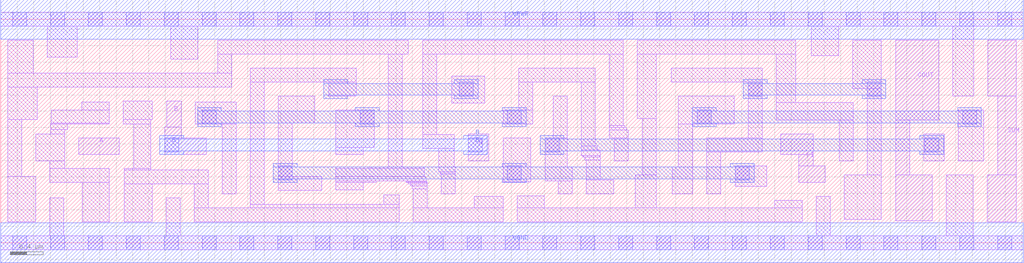
<source format=lef>
# Copyright 2020 The SkyWater PDK Authors
#
# Licensed under the Apache License, Version 2.0 (the "License");
# you may not use this file except in compliance with the License.
# You may obtain a copy of the License at
#
#     https://www.apache.org/licenses/LICENSE-2.0
#
# Unless required by applicable law or agreed to in writing, software
# distributed under the License is distributed on an "AS IS" BASIS,
# WITHOUT WARRANTIES OR CONDITIONS OF ANY KIND, either express or implied.
# See the License for the specific language governing permissions and
# limitations under the License.
#
# SPDX-License-Identifier: Apache-2.0

VERSION 5.7 ;
  NAMESCASESENSITIVE ON ;
  NOWIREEXTENSIONATPIN ON ;
  DIVIDERCHAR "/" ;
  BUSBITCHARS "[]" ;
UNITS
  DATABASE MICRONS 200 ;
END UNITS
MACRO sky130_fd_sc_hd__fah_1
  CLASS CORE ;
  SOURCE USER ;
  FOREIGN sky130_fd_sc_hd__fah_1 ;
  ORIGIN  0.000000  0.000000 ;
  SIZE  12.42000 BY  2.720000 ;
  SYMMETRY X Y R90 ;
  SITE unithd ;
  PIN A
    ANTENNAGATEAREA  0.492000 ;
    DIRECTION INPUT ;
    USE SIGNAL ;
    PORT
      LAYER li1 ;
        RECT 0.950000 1.075000 1.440000 1.275000 ;
    END
  END A
  PIN B
    ANTENNAGATEAREA  0.691500 ;
    DIRECTION INPUT ;
    USE SIGNAL ;
    PORT
      LAYER li1 ;
        RECT 1.990000 1.075000 2.495000 1.275000 ;
        RECT 1.990000 1.275000 2.190000 1.410000 ;
        RECT 2.015000 1.410000 2.190000 1.725000 ;
      LAYER mcon ;
        RECT 1.990000 1.105000 2.160000 1.275000 ;
    END
    PORT
      LAYER li1 ;
        RECT 5.675000 0.995000 5.925000 1.325000 ;
      LAYER mcon ;
        RECT 5.680000 1.105000 5.850000 1.275000 ;
    END
    PORT
      LAYER met1 ;
        RECT 1.930000 1.075000 2.220000 1.120000 ;
        RECT 1.930000 1.120000 5.910000 1.260000 ;
        RECT 1.930000 1.260000 2.220000 1.305000 ;
        RECT 5.620000 1.075000 5.910000 1.120000 ;
        RECT 5.620000 1.260000 5.910000 1.305000 ;
    END
  END B
  PIN CI
    ANTENNAGATEAREA  0.246000 ;
    DIRECTION INPUT ;
    USE SIGNAL ;
    PORT
      LAYER li1 ;
        RECT 9.475000 1.075000  9.865000 1.325000 ;
        RECT 9.690000 0.735000 10.010000 0.935000 ;
        RECT 9.690000 0.935000  9.865000 1.075000 ;
    END
  END CI
  PIN COUT
    ANTENNADIFFAREA  0.435500 ;
    DIRECTION OUTPUT ;
    USE SIGNAL ;
    PORT
      LAYER li1 ;
        RECT 10.870000 0.270000 11.310000 0.825000 ;
        RECT 10.870000 0.825000 11.040000 1.495000 ;
        RECT 10.870000 1.495000 11.390000 2.465000 ;
    END
  END COUT
  PIN SUM
    ANTENNADIFFAREA  0.506000 ;
    DIRECTION OUTPUT ;
    USE SIGNAL ;
    PORT
      LAYER li1 ;
        RECT 11.980000 0.255000 12.335000 0.825000 ;
        RECT 11.985000 1.785000 12.335000 2.465000 ;
        RECT 12.110000 0.825000 12.335000 1.785000 ;
    END
  END SUM
  PIN VGND
    DIRECTION INOUT ;
    SHAPE ABUTMENT ;
    USE GROUND ;
    PORT
      LAYER met1 ;
        RECT 0.000000 -0.240000 12.420000 0.240000 ;
    END
  END VGND
  PIN VPWR
    DIRECTION INOUT ;
    SHAPE ABUTMENT ;
    USE POWER ;
    PORT
      LAYER met1 ;
        RECT 0.000000 2.480000 12.420000 2.960000 ;
    END
  END VPWR
  OBS
    LAYER li1 ;
      RECT  0.000000 -0.085000 12.420000 0.085000 ;
      RECT  0.000000  2.635000 12.420000 2.805000 ;
      RECT  0.085000  0.255000  0.425000 0.805000 ;
      RECT  0.085000  0.805000  0.255000 1.500000 ;
      RECT  0.085000  1.500000  0.445000 1.895000 ;
      RECT  0.085000  1.895000  2.805000 2.065000 ;
      RECT  0.085000  2.065000  0.395000 2.465000 ;
      RECT  0.425000  0.995000  0.780000 1.325000 ;
      RECT  0.565000  2.260000  0.930000 2.635000 ;
      RECT  0.595000  0.085000  0.765000 0.545000 ;
      RECT  0.595000  0.735000  1.320000 0.905000 ;
      RECT  0.595000  0.905000  0.780000 0.995000 ;
      RECT  0.610000  1.325000  0.780000 1.380000 ;
      RECT  0.610000  1.380000  0.815000 1.445000 ;
      RECT  0.610000  1.445000  1.315000 1.455000 ;
      RECT  0.615000  1.455000  1.315000 1.615000 ;
      RECT  0.985000  1.615000  1.315000 1.715000 ;
      RECT  0.990000  0.255000  1.320000 0.735000 ;
      RECT  1.490000  1.445000  1.820000 1.500000 ;
      RECT  1.490000  1.500000  1.840000 1.725000 ;
      RECT  1.500000  0.255000  1.840000 0.715000 ;
      RECT  1.500000  0.715000  2.520000 0.885000 ;
      RECT  1.500000  0.885000  1.820000 0.905000 ;
      RECT  1.615000  0.905000  1.820000 1.445000 ;
      RECT  2.010000  0.085000  2.180000 0.545000 ;
      RECT  2.065000  2.235000  2.395000 2.635000 ;
      RECT  2.350000  0.255000  4.840000 0.425000 ;
      RECT  2.350000  0.425000  2.520000 0.715000 ;
      RECT  2.360000  1.445000  2.860000 1.715000 ;
      RECT  2.635000  2.065000  2.805000 2.295000 ;
      RECT  2.635000  2.295000  4.950000 2.465000 ;
      RECT  2.690000  0.595000  2.860000 1.445000 ;
      RECT  3.030000  0.425000  4.840000 0.465000 ;
      RECT  3.030000  0.465000  3.200000 1.955000 ;
      RECT  3.030000  1.955000  4.320000 2.125000 ;
      RECT  3.370000  0.635000  3.900000 0.805000 ;
      RECT  3.370000  0.805000  3.540000 1.455000 ;
      RECT  3.370000  1.455000  3.815000 1.785000 ;
      RECT  3.985000  1.785000  4.320000 1.955000 ;
      RECT  4.070000  0.645000  4.400000 0.735000 ;
      RECT  4.070000  0.735000  4.560000 0.755000 ;
      RECT  4.070000  0.755000  5.170000 0.780000 ;
      RECT  4.070000  0.780000  5.155000 0.805000 ;
      RECT  4.070000  0.805000  5.145000 0.905000 ;
      RECT  4.070000  1.075000  4.400000 1.160000 ;
      RECT  4.070000  1.160000  4.535000 1.615000 ;
      RECT  4.480000  0.905000  5.145000 0.925000 ;
      RECT  4.650000  0.465000  4.840000 0.585000 ;
      RECT  4.705000  0.925000  4.875000 2.295000 ;
      RECT  4.925000  0.735000  5.180000 0.740000 ;
      RECT  4.925000  0.740000  5.170000 0.755000 ;
      RECT  4.950000  0.715000  5.180000 0.735000 ;
      RECT  4.980000  0.690000  5.180000 0.715000 ;
      RECT  5.000000  0.655000  5.180000 0.690000 ;
      RECT  5.010000  0.255000  6.100000 0.425000 ;
      RECT  5.010000  0.425000  5.180000 0.655000 ;
      RECT  5.125000  1.150000  5.505000 1.320000 ;
      RECT  5.125000  1.320000  5.295000 2.295000 ;
      RECT  5.125000  2.295000  7.560000 2.465000 ;
      RECT  5.320000  0.865000  5.520000 0.925000 ;
      RECT  5.320000  0.925000  5.505000 1.150000 ;
      RECT  5.335000  0.840000  5.520000 0.865000 ;
      RECT  5.350000  0.595000  5.520000 0.840000 ;
      RECT  5.475000  1.700000  5.875000 2.030000 ;
      RECT  5.750000  0.425000  6.100000 0.565000 ;
      RECT  6.105000  0.740000  6.435000 1.275000 ;
      RECT  6.105000  1.445000  6.460000 1.615000 ;
      RECT  6.270000  0.255000  9.735000 0.425000 ;
      RECT  6.270000  0.425000  6.600000 0.570000 ;
      RECT  6.290000  1.615000  6.460000 1.955000 ;
      RECT  6.290000  1.955000  7.220000 2.125000 ;
      RECT  6.610000  0.755000  6.940000 0.925000 ;
      RECT  6.610000  0.925000  6.880000 1.275000 ;
      RECT  6.710000  1.275000  6.880000 1.785000 ;
      RECT  6.770000  0.595000  6.940000 0.755000 ;
      RECT  7.050000  1.060000  7.280000 1.130000 ;
      RECT  7.050000  1.130000  7.245000 1.175000 ;
      RECT  7.050000  1.175000  7.220000 1.955000 ;
      RECT  7.065000  1.045000  7.280000 1.060000 ;
      RECT  7.090000  1.010000  7.280000 1.045000 ;
      RECT  7.110000  0.595000  7.445000 0.765000 ;
      RECT  7.110000  0.765000  7.280000 1.010000 ;
      RECT  7.390000  1.275000  7.620000 1.375000 ;
      RECT  7.390000  1.375000  7.595000 1.400000 ;
      RECT  7.390000  1.400000  7.575000 1.425000 ;
      RECT  7.390000  1.425000  7.560000 2.295000 ;
      RECT  7.450000  0.995000  7.620000 1.275000 ;
      RECT  7.705000  0.425000  7.960000 0.825000 ;
      RECT  7.730000  1.510000  7.960000 2.295000 ;
      RECT  7.730000  2.295000  9.655000 2.465000 ;
      RECT  7.790000  0.825000  7.960000 1.510000 ;
      RECT  8.145000  1.955000  9.250000 2.125000 ;
      RECT  8.155000  0.595000  8.405000 0.925000 ;
      RECT  8.225000  0.925000  8.405000 1.445000 ;
      RECT  8.225000  1.445000  8.910000 1.785000 ;
      RECT  8.575000  0.595000  8.745000 1.105000 ;
      RECT  8.575000  1.105000  9.250000 1.275000 ;
      RECT  8.920000  0.685000  9.300000 0.935000 ;
      RECT  9.080000  1.275000  9.250000 1.955000 ;
      RECT  9.400000  0.425000  9.735000 0.515000 ;
      RECT  9.420000  1.495000 10.350000 1.705000 ;
      RECT  9.420000  1.705000  9.655000 2.295000 ;
      RECT  9.840000  2.275000 10.175000 2.635000 ;
      RECT  9.905000  0.085000 10.075000 0.565000 ;
      RECT 10.180000  0.995000 10.350000 1.495000 ;
      RECT 10.245000  0.285000 10.690000 0.825000 ;
      RECT 10.345000  1.875000 10.690000 2.465000 ;
      RECT 10.520000  0.825000 10.690000 1.875000 ;
      RECT 11.210000  0.995000 11.460000 1.325000 ;
      RECT 11.480000  0.085000 11.810000 0.825000 ;
      RECT 11.560000  1.785000 11.815000 2.635000 ;
      RECT 11.630000  0.995000 11.940000 1.615000 ;
    LAYER mcon ;
      RECT  0.145000 -0.085000  0.315000 0.085000 ;
      RECT  0.145000  2.635000  0.315000 2.805000 ;
      RECT  0.605000 -0.085000  0.775000 0.085000 ;
      RECT  0.605000  2.635000  0.775000 2.805000 ;
      RECT  1.065000 -0.085000  1.235000 0.085000 ;
      RECT  1.065000  2.635000  1.235000 2.805000 ;
      RECT  1.525000 -0.085000  1.695000 0.085000 ;
      RECT  1.525000  2.635000  1.695000 2.805000 ;
      RECT  1.985000 -0.085000  2.155000 0.085000 ;
      RECT  1.985000  2.635000  2.155000 2.805000 ;
      RECT  2.445000 -0.085000  2.615000 0.085000 ;
      RECT  2.445000  2.635000  2.615000 2.805000 ;
      RECT  2.450000  1.445000  2.620000 1.615000 ;
      RECT  2.905000 -0.085000  3.075000 0.085000 ;
      RECT  2.905000  2.635000  3.075000 2.805000 ;
      RECT  3.365000 -0.085000  3.535000 0.085000 ;
      RECT  3.365000  2.635000  3.535000 2.805000 ;
      RECT  3.370000  0.765000  3.540000 0.935000 ;
      RECT  3.825000 -0.085000  3.995000 0.085000 ;
      RECT  3.825000  2.635000  3.995000 2.805000 ;
      RECT  4.285000 -0.085000  4.455000 0.085000 ;
      RECT  4.285000  2.635000  4.455000 2.805000 ;
      RECT  4.365000  1.445000  4.535000 1.615000 ;
      RECT  4.745000 -0.085000  4.915000 0.085000 ;
      RECT  4.745000  2.635000  4.915000 2.805000 ;
      RECT  5.205000 -0.085000  5.375000 0.085000 ;
      RECT  5.205000  2.635000  5.375000 2.805000 ;
      RECT  5.570000  1.785000  5.740000 1.955000 ;
      RECT  5.665000 -0.085000  5.835000 0.085000 ;
      RECT  5.665000  2.635000  5.835000 2.805000 ;
      RECT  6.125000 -0.085000  6.295000 0.085000 ;
      RECT  6.125000  2.635000  6.295000 2.805000 ;
      RECT  6.150000  0.765000  6.320000 0.935000 ;
      RECT  6.150000  1.445000  6.320000 1.615000 ;
      RECT  6.585000 -0.085000  6.755000 0.085000 ;
      RECT  6.585000  2.635000  6.755000 2.805000 ;
      RECT  6.610000  1.105000  6.780000 1.275000 ;
      RECT  7.045000 -0.085000  7.215000 0.085000 ;
      RECT  7.045000  2.635000  7.215000 2.805000 ;
      RECT  7.505000 -0.085000  7.675000 0.085000 ;
      RECT  7.505000  2.635000  7.675000 2.805000 ;
      RECT  7.965000 -0.085000  8.135000 0.085000 ;
      RECT  7.965000  2.635000  8.135000 2.805000 ;
      RECT  8.425000 -0.085000  8.595000 0.085000 ;
      RECT  8.425000  2.635000  8.595000 2.805000 ;
      RECT  8.460000  1.445000  8.630000 1.615000 ;
      RECT  8.885000 -0.085000  9.055000 0.085000 ;
      RECT  8.885000  2.635000  9.055000 2.805000 ;
      RECT  8.920000  0.765000  9.090000 0.935000 ;
      RECT  9.080000  1.785000  9.250000 1.955000 ;
      RECT  9.345000 -0.085000  9.515000 0.085000 ;
      RECT  9.345000  2.635000  9.515000 2.805000 ;
      RECT  9.805000 -0.085000  9.975000 0.085000 ;
      RECT  9.805000  2.635000  9.975000 2.805000 ;
      RECT 10.265000 -0.085000 10.435000 0.085000 ;
      RECT 10.265000  2.635000 10.435000 2.805000 ;
      RECT 10.520000  1.785000 10.690000 1.955000 ;
      RECT 10.725000 -0.085000 10.895000 0.085000 ;
      RECT 10.725000  2.635000 10.895000 2.805000 ;
      RECT 11.185000 -0.085000 11.355000 0.085000 ;
      RECT 11.185000  2.635000 11.355000 2.805000 ;
      RECT 11.220000  1.105000 11.390000 1.275000 ;
      RECT 11.645000 -0.085000 11.815000 0.085000 ;
      RECT 11.645000  2.635000 11.815000 2.805000 ;
      RECT 11.680000  1.445000 11.850000 1.615000 ;
      RECT 12.105000 -0.085000 12.275000 0.085000 ;
      RECT 12.105000  2.635000 12.275000 2.805000 ;
    LAYER met1 ;
      RECT  2.390000 1.415000  2.680000 1.460000 ;
      RECT  2.390000 1.460000  6.380000 1.600000 ;
      RECT  2.390000 1.600000  2.680000 1.645000 ;
      RECT  3.310000 0.735000  3.600000 0.780000 ;
      RECT  3.310000 0.780000  9.150000 0.920000 ;
      RECT  3.310000 0.920000  3.600000 0.965000 ;
      RECT  3.925000 1.755000  4.215000 1.800000 ;
      RECT  3.925000 1.800000  5.800000 1.940000 ;
      RECT  3.925000 1.940000  4.215000 1.985000 ;
      RECT  4.305000 1.415000  4.595000 1.460000 ;
      RECT  4.305000 1.600000  4.595000 1.645000 ;
      RECT  5.510000 1.755000  5.800000 1.800000 ;
      RECT  5.510000 1.940000  5.800000 1.985000 ;
      RECT  6.090000 0.735000  6.380000 0.780000 ;
      RECT  6.090000 0.920000  6.380000 0.965000 ;
      RECT  6.090000 1.415000  6.380000 1.460000 ;
      RECT  6.090000 1.600000  6.380000 1.645000 ;
      RECT  6.550000 1.075000  6.840000 1.120000 ;
      RECT  6.550000 1.120000 11.450000 1.260000 ;
      RECT  6.550000 1.260000  6.840000 1.305000 ;
      RECT  8.400000 1.415000  8.690000 1.460000 ;
      RECT  8.400000 1.460000 11.910000 1.600000 ;
      RECT  8.400000 1.600000  8.690000 1.645000 ;
      RECT  8.860000 0.735000  9.150000 0.780000 ;
      RECT  8.860000 0.920000  9.150000 0.965000 ;
      RECT  9.020000 1.755000  9.310000 1.800000 ;
      RECT  9.020000 1.800000 10.750000 1.940000 ;
      RECT  9.020000 1.940000  9.310000 1.985000 ;
      RECT 10.460000 1.755000 10.750000 1.800000 ;
      RECT 10.460000 1.940000 10.750000 1.985000 ;
      RECT 11.160000 1.075000 11.450000 1.120000 ;
      RECT 11.160000 1.260000 11.450000 1.305000 ;
      RECT 11.620000 1.415000 11.910000 1.460000 ;
      RECT 11.620000 1.600000 11.910000 1.645000 ;
  END
END sky130_fd_sc_hd__fah_1
END LIBRARY

</source>
